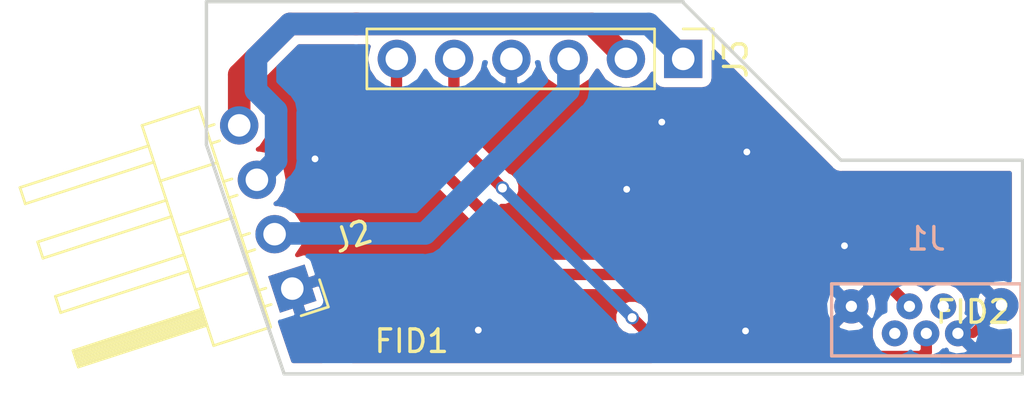
<source format=kicad_pcb>
(kicad_pcb (version 20171130) (host pcbnew 5.0.0-fee4fd1~66~ubuntu16.04.1)

  (general
    (thickness 1.6)
    (drawings 7)
    (tracks 34)
    (zones 0)
    (modules 12)
    (nets 9)
  )

  (page A4)
  (layers
    (0 F.Cu signal)
    (31 B.Cu signal)
    (32 B.Adhes user)
    (33 F.Adhes user)
    (34 B.Paste user)
    (35 F.Paste user)
    (36 B.SilkS user)
    (37 F.SilkS user)
    (38 B.Mask user hide)
    (39 F.Mask user hide)
    (40 Dwgs.User user)
    (41 Cmts.User user hide)
    (42 Eco1.User user hide)
    (43 Eco2.User user hide)
    (44 Edge.Cuts user)
    (45 Margin user hide)
    (46 B.CrtYd user hide)
    (47 F.CrtYd user hide)
    (48 B.Fab user hide)
    (49 F.Fab user hide)
  )

  (setup
    (last_trace_width 1)
    (user_trace_width 0.2)
    (user_trace_width 0.3)
    (user_trace_width 0.4)
    (trace_clearance 0.2)
    (zone_clearance 0.4)
    (zone_45_only no)
    (trace_min 0.2)
    (segment_width 0.2)
    (edge_width 0.15)
    (via_size 0.6)
    (via_drill 0.4)
    (via_min_size 0.4)
    (via_min_drill 0.3)
    (uvia_size 0.3)
    (uvia_drill 0.1)
    (uvias_allowed no)
    (uvia_min_size 0.2)
    (uvia_min_drill 0.1)
    (pcb_text_width 0.3)
    (pcb_text_size 1.5 1.5)
    (mod_edge_width 0.15)
    (mod_text_size 1 1)
    (mod_text_width 0.15)
    (pad_size 0.6 0.6)
    (pad_drill 0.3)
    (pad_to_mask_clearance 0.2)
    (aux_axis_origin 109.855 60.96)
    (visible_elements FFFD8E09)
    (pcbplotparams
      (layerselection 0x010f0_ffffffff)
      (usegerberextensions true)
      (usegerberattributes false)
      (usegerberadvancedattributes false)
      (creategerberjobfile false)
      (excludeedgelayer true)
      (linewidth 0.100000)
      (plotframeref false)
      (viasonmask false)
      (mode 1)
      (useauxorigin false)
      (hpglpennumber 1)
      (hpglpenspeed 20)
      (hpglpendiameter 15.000000)
      (psnegative false)
      (psa4output false)
      (plotreference true)
      (plotvalue true)
      (plotinvisibletext false)
      (padsonsilk false)
      (subtractmaskfromsilk false)
      (outputformat 4)
      (mirror false)
      (drillshape 0)
      (scaleselection 1)
      (outputdirectory "Plots"))
  )

  (net 0 "")
  (net 1 "Net-(J1-Pad2)")
  (net 2 "Net-(J1-Pad3)")
  (net 3 GND)
  (net 4 SYS_3.3V)
  (net 5 SCK)
  (net 6 SDA)
  (net 7 "Net-(J1-Pad1)")
  (net 8 "Net-(J1-Pad4)")

  (net_class Default "This is the default net class."
    (clearance 0.2)
    (trace_width 1)
    (via_dia 0.6)
    (via_drill 0.4)
    (uvia_dia 0.3)
    (uvia_drill 0.1)
    (add_net GND)
    (add_net "Net-(J1-Pad1)")
    (add_net "Net-(J1-Pad2)")
    (add_net "Net-(J1-Pad3)")
    (add_net "Net-(J1-Pad4)")
    (add_net SCK)
    (add_net SDA)
    (add_net SYS_3.3V)
  )

  (module WiRoc:micro-usb-super-short (layer B.Cu) (tedit 5B955C94) (tstamp 5B9561D9)
    (at 141.7835 74.4888)
    (path /5B3DFD56)
    (fp_text reference J1 (at 0 -3) (layer B.SilkS)
      (effects (font (size 1 1) (thickness 0.15)) (justify mirror))
    )
    (fp_text value USB_OTG (at 0 3.3) (layer B.Fab)
      (effects (font (size 1 1) (thickness 0.15)) (justify mirror))
    )
    (fp_line (start -4.2 -1) (end 4.2 -1) (layer B.SilkS) (width 0.15))
    (fp_line (start 4.2 -1) (end 4.2 2.2) (layer B.SilkS) (width 0.15))
    (fp_line (start 4.2 2.2) (end -4.2 2.2) (layer B.SilkS) (width 0.15))
    (fp_line (start -4.2 2.2) (end -4.2 -1) (layer B.SilkS) (width 0.15))
    (pad 2 thru_hole circle (at -0.75 0) (size 1.15 1.15) (drill 0.5) (layers *.Cu *.Mask)
      (net 1 "Net-(J1-Pad2)"))
    (pad 4 thru_hole circle (at 0.75 0) (size 1.15 1.15) (drill 0.5) (layers *.Cu *.Mask)
      (net 8 "Net-(J1-Pad4)"))
    (pad 1 thru_hole circle (at -1.4 1.2) (size 1.15 1.15) (drill 0.5) (layers *.Cu *.Mask)
      (net 7 "Net-(J1-Pad1)"))
    (pad 3 thru_hole circle (at 0 1.2) (size 1.15 1.15) (drill 0.5) (layers *.Cu *.Mask)
      (net 2 "Net-(J1-Pad3)"))
    (pad 5 thru_hole circle (at 1.4 1.2) (size 1.15 1.15) (drill 0.5) (layers *.Cu *.Mask)
      (net 3 GND))
    (pad 6 thru_hole circle (at 3.325 -0.05) (size 1.524 1.524) (drill 0.5) (layers *.Cu *.Mask)
      (net 3 GND))
    (pad 6 thru_hole circle (at -3.325 0) (size 1.524 1.524) (drill 0.5) (layers *.Cu *.Mask)
      (net 3 GND))
  )

  (module WiRoc:VIA-0.6mm (layer F.Cu) (tedit 5AEF5363) (tstamp 5B3D4A29)
    (at 121.91238 75.54468)
    (fp_text reference REF** (at 0 1.35) (layer F.SilkS) hide
      (effects (font (size 1 1) (thickness 0.15)))
    )
    (fp_text value VIA-0.6mm (at -0.05 -1.4) (layer F.Fab) hide
      (effects (font (size 1 1) (thickness 0.15)))
    )
    (pad 1 thru_hole circle (at 0 0) (size 0.6 0.6) (drill 0.3) (layers *.Cu)
      (net 3 GND) (zone_connect 2))
  )

  (module WiRoc:VIA-0.6mm (layer F.Cu) (tedit 5AEF5363) (tstamp 5B3D4A25)
    (at 114.67084 67.93992)
    (fp_text reference REF** (at 0 1.35) (layer F.SilkS) hide
      (effects (font (size 1 1) (thickness 0.15)))
    )
    (fp_text value VIA-0.6mm (at -0.05 -1.4) (layer F.Fab) hide
      (effects (font (size 1 1) (thickness 0.15)))
    )
    (pad 1 thru_hole circle (at 0 0) (size 0.6 0.6) (drill 0.3) (layers *.Cu)
      (net 3 GND) (zone_connect 2))
  )

  (module WiRoc:VIA-0.6mm (layer F.Cu) (tedit 5AEF5363) (tstamp 5B3D4A1C)
    (at 133.76402 75.58024)
    (fp_text reference REF** (at 0 1.35) (layer F.SilkS) hide
      (effects (font (size 1 1) (thickness 0.15)))
    )
    (fp_text value VIA-0.6mm (at -0.05 -1.4) (layer F.Fab) hide
      (effects (font (size 1 1) (thickness 0.15)))
    )
    (pad 1 thru_hole circle (at 0 0) (size 0.6 0.6) (drill 0.3) (layers *.Cu)
      (net 3 GND) (zone_connect 2))
  )

  (module WiRoc:VIA-0.6mm (layer F.Cu) (tedit 5AEF5363) (tstamp 5B3D4A18)
    (at 128.49352 69.2912)
    (fp_text reference REF** (at 0 1.35) (layer F.SilkS) hide
      (effects (font (size 1 1) (thickness 0.15)))
    )
    (fp_text value VIA-0.6mm (at -0.05 -1.4) (layer F.Fab) hide
      (effects (font (size 1 1) (thickness 0.15)))
    )
    (pad 1 thru_hole circle (at 0 0) (size 0.6 0.6) (drill 0.3) (layers *.Cu)
      (net 3 GND) (zone_connect 2))
  )

  (module WiRoc:VIA-0.6mm (layer F.Cu) (tedit 5AEF536C) (tstamp 5AEF552E)
    (at 138.15314 71.79818)
    (fp_text reference REF** (at 0 1.35) (layer F.SilkS) hide
      (effects (font (size 1 1) (thickness 0.15)))
    )
    (fp_text value VIA-0.6mm (at -0.05 -1.4) (layer F.Fab) hide
      (effects (font (size 1 1) (thickness 0.15)))
    )
    (pad 1 thru_hole circle (at 0 0) (size 0.6 0.6) (drill 0.3) (layers *.Cu)
      (net 3 GND) (zone_connect 2))
  )

  (module WiRoc:VIA-0.6mm (layer F.Cu) (tedit 5AEF534D) (tstamp 5AEF552A)
    (at 133.82244 67.63258)
    (fp_text reference REF** (at 0 1.35) (layer F.SilkS) hide
      (effects (font (size 1 1) (thickness 0.15)))
    )
    (fp_text value VIA-0.6mm (at -0.05 -1.4) (layer F.Fab) hide
      (effects (font (size 1 1) (thickness 0.15)))
    )
    (pad 1 thru_hole circle (at 0 0) (size 0.6 0.6) (drill 0.3) (layers *.Cu)
      (net 3 GND) (zone_connect 2))
  )

  (module WiRoc:Fiducial (layer F.Cu) (tedit 5AD38C52) (tstamp 5AEF0E30)
    (at 143.84782 72.19696)
    (path /5AEEF890)
    (fp_text reference FID2 (at 0 2.54) (layer F.SilkS)
      (effects (font (size 1 1) (thickness 0.15)))
    )
    (fp_text value FIDUCIAL (at 5.842 0) (layer F.Fab)
      (effects (font (size 1 1) (thickness 0.15)))
    )
    (pad 1 smd circle (at 0 0) (size 1 1) (layers F.Cu F.Mask)
      (solder_mask_margin 0.5) (clearance 0.5))
  )

  (module Pin_Headers:Pin_Header_Angled_1x04_Pitch2.54mm (layer F.Cu) (tedit 59650532) (tstamp 5AEF0E8B)
    (at 113.663 73.7 198)
    (descr "Through hole angled pin header, 1x04, 2.54mm pitch, 6mm pin length, single row")
    (tags "Through hole angled pin header THT 1x04 2.54mm single row")
    (path /5AEF051C)
    (fp_text reference J2 (at -3.257143 1.387391 198) (layer F.SilkS)
      (effects (font (size 1 1) (thickness 0.15)))
    )
    (fp_text value Conn_01x04 (at -6.802178 -0.031532 198) (layer F.Fab)
      (effects (font (size 1 1) (thickness 0.15)))
    )
    (fp_line (start 2.135 -1.27) (end 4.04 -1.27) (layer F.Fab) (width 0.1))
    (fp_line (start 4.04 -1.27) (end 4.04 8.89) (layer F.Fab) (width 0.1))
    (fp_line (start 4.04 8.89) (end 1.5 8.89) (layer F.Fab) (width 0.1))
    (fp_line (start 1.5 8.89) (end 1.5 -0.635) (layer F.Fab) (width 0.1))
    (fp_line (start 1.5 -0.635) (end 2.135 -1.27) (layer F.Fab) (width 0.1))
    (fp_line (start -0.32 -0.32) (end 1.5 -0.32) (layer F.Fab) (width 0.1))
    (fp_line (start -0.32 -0.32) (end -0.32 0.32) (layer F.Fab) (width 0.1))
    (fp_line (start -0.32 0.32) (end 1.5 0.32) (layer F.Fab) (width 0.1))
    (fp_line (start 4.04 -0.32) (end 10.04 -0.32) (layer F.Fab) (width 0.1))
    (fp_line (start 10.04 -0.32) (end 10.04 0.32) (layer F.Fab) (width 0.1))
    (fp_line (start 4.04 0.32) (end 10.04 0.32) (layer F.Fab) (width 0.1))
    (fp_line (start -0.32 2.22) (end 1.5 2.22) (layer F.Fab) (width 0.1))
    (fp_line (start -0.32 2.22) (end -0.32 2.86) (layer F.Fab) (width 0.1))
    (fp_line (start -0.32 2.86) (end 1.5 2.86) (layer F.Fab) (width 0.1))
    (fp_line (start 4.04 2.22) (end 10.04 2.22) (layer F.Fab) (width 0.1))
    (fp_line (start 10.04 2.22) (end 10.04 2.86) (layer F.Fab) (width 0.1))
    (fp_line (start 4.04 2.86) (end 10.04 2.86) (layer F.Fab) (width 0.1))
    (fp_line (start -0.32 4.76) (end 1.5 4.76) (layer F.Fab) (width 0.1))
    (fp_line (start -0.32 4.76) (end -0.32 5.4) (layer F.Fab) (width 0.1))
    (fp_line (start -0.32 5.4) (end 1.5 5.4) (layer F.Fab) (width 0.1))
    (fp_line (start 4.04 4.76) (end 10.04 4.76) (layer F.Fab) (width 0.1))
    (fp_line (start 10.04 4.76) (end 10.04 5.4) (layer F.Fab) (width 0.1))
    (fp_line (start 4.04 5.4) (end 10.04 5.4) (layer F.Fab) (width 0.1))
    (fp_line (start -0.32 7.3) (end 1.5 7.3) (layer F.Fab) (width 0.1))
    (fp_line (start -0.32 7.3) (end -0.32 7.94) (layer F.Fab) (width 0.1))
    (fp_line (start -0.32 7.94) (end 1.5 7.94) (layer F.Fab) (width 0.1))
    (fp_line (start 4.04 7.3) (end 10.04 7.3) (layer F.Fab) (width 0.1))
    (fp_line (start 10.04 7.3) (end 10.04 7.94) (layer F.Fab) (width 0.1))
    (fp_line (start 4.04 7.94) (end 10.04 7.94) (layer F.Fab) (width 0.1))
    (fp_line (start 1.44 -1.33) (end 1.44 8.95) (layer F.SilkS) (width 0.12))
    (fp_line (start 1.44 8.95) (end 4.1 8.95) (layer F.SilkS) (width 0.12))
    (fp_line (start 4.1 8.95) (end 4.1 -1.33) (layer F.SilkS) (width 0.12))
    (fp_line (start 4.1 -1.33) (end 1.44 -1.33) (layer F.SilkS) (width 0.12))
    (fp_line (start 4.1 -0.38) (end 10.1 -0.38) (layer F.SilkS) (width 0.12))
    (fp_line (start 10.1 -0.38) (end 10.1 0.38) (layer F.SilkS) (width 0.12))
    (fp_line (start 10.1 0.38) (end 4.1 0.38) (layer F.SilkS) (width 0.12))
    (fp_line (start 4.1 -0.32) (end 10.1 -0.32) (layer F.SilkS) (width 0.12))
    (fp_line (start 4.1 -0.2) (end 10.1 -0.2) (layer F.SilkS) (width 0.12))
    (fp_line (start 4.1 -0.08) (end 10.1 -0.08) (layer F.SilkS) (width 0.12))
    (fp_line (start 4.1 0.04) (end 10.1 0.04) (layer F.SilkS) (width 0.12))
    (fp_line (start 4.1 0.16) (end 10.1 0.16) (layer F.SilkS) (width 0.12))
    (fp_line (start 4.1 0.28) (end 10.1 0.28) (layer F.SilkS) (width 0.12))
    (fp_line (start 1.11 -0.38) (end 1.44 -0.38) (layer F.SilkS) (width 0.12))
    (fp_line (start 1.11 0.38) (end 1.44 0.38) (layer F.SilkS) (width 0.12))
    (fp_line (start 1.44 1.27) (end 4.1 1.27) (layer F.SilkS) (width 0.12))
    (fp_line (start 4.1 2.16) (end 10.1 2.16) (layer F.SilkS) (width 0.12))
    (fp_line (start 10.1 2.16) (end 10.1 2.92) (layer F.SilkS) (width 0.12))
    (fp_line (start 10.1 2.92) (end 4.1 2.92) (layer F.SilkS) (width 0.12))
    (fp_line (start 1.042929 2.16) (end 1.44 2.16) (layer F.SilkS) (width 0.12))
    (fp_line (start 1.042929 2.92) (end 1.44 2.92) (layer F.SilkS) (width 0.12))
    (fp_line (start 1.44 3.81) (end 4.1 3.81) (layer F.SilkS) (width 0.12))
    (fp_line (start 4.1 4.7) (end 10.1 4.7) (layer F.SilkS) (width 0.12))
    (fp_line (start 10.1 4.7) (end 10.1 5.46) (layer F.SilkS) (width 0.12))
    (fp_line (start 10.1 5.46) (end 4.1 5.46) (layer F.SilkS) (width 0.12))
    (fp_line (start 1.042929 4.7) (end 1.44 4.7) (layer F.SilkS) (width 0.12))
    (fp_line (start 1.042929 5.46) (end 1.44 5.46) (layer F.SilkS) (width 0.12))
    (fp_line (start 1.44 6.35) (end 4.1 6.35) (layer F.SilkS) (width 0.12))
    (fp_line (start 4.1 7.24) (end 10.1 7.24) (layer F.SilkS) (width 0.12))
    (fp_line (start 10.1 7.24) (end 10.1 8) (layer F.SilkS) (width 0.12))
    (fp_line (start 10.1 8) (end 4.1 8) (layer F.SilkS) (width 0.12))
    (fp_line (start 1.042929 7.24) (end 1.44 7.24) (layer F.SilkS) (width 0.12))
    (fp_line (start 1.042929 8) (end 1.44 8) (layer F.SilkS) (width 0.12))
    (fp_line (start -1.27 0) (end -1.27 -1.27) (layer F.SilkS) (width 0.12))
    (fp_line (start -1.27 -1.27) (end 0 -1.27) (layer F.SilkS) (width 0.12))
    (fp_line (start -1.8 -1.8) (end -1.8 9.4) (layer F.CrtYd) (width 0.05))
    (fp_line (start -1.8 9.4) (end 10.55 9.4) (layer F.CrtYd) (width 0.05))
    (fp_line (start 10.55 9.4) (end 10.55 -1.8) (layer F.CrtYd) (width 0.05))
    (fp_line (start 10.55 -1.8) (end -1.8 -1.8) (layer F.CrtYd) (width 0.05))
    (fp_text user %R (at 2.77 3.81 288) (layer F.Fab)
      (effects (font (size 1 1) (thickness 0.15)))
    )
    (pad 1 thru_hole rect (at 0 0 198) (size 1.7 1.7) (drill 1) (layers *.Cu *.Mask)
      (net 3 GND))
    (pad 2 thru_hole oval (at 0 2.54 198) (size 1.7 1.7) (drill 1) (layers *.Cu *.Mask)
      (net 4 SYS_3.3V))
    (pad 3 thru_hole oval (at 0 5.08 198) (size 1.7 1.7) (drill 1) (layers *.Cu *.Mask)
      (net 5 SCK))
    (pad 4 thru_hole oval (at -0.000001 7.62 198) (size 1.7 1.7) (drill 1) (layers *.Cu *.Mask)
      (net 6 SDA))
    (model ${KISYS3DMOD}/Pin_Headers.3dshapes/Pin_Header_Angled_1x04_Pitch2.54mm.wrl
      (at (xyz 0 0 0))
      (scale (xyz 1 1 1))
      (rotate (xyz 0 0 0))
    )
  )

  (module Socket_Strips:Socket_Strip_Straight_1x06_Pitch2.54mm (layer F.Cu) (tedit 58CD5446) (tstamp 5AEF0EA4)
    (at 131 63.5 270)
    (descr "Through hole straight socket strip, 1x06, 2.54mm pitch, single row")
    (tags "Through hole socket strip THT 1x06 2.54mm single row")
    (path /5AEF0126)
    (fp_text reference J3 (at 0 -2.33 270) (layer F.SilkS)
      (effects (font (size 1 1) (thickness 0.15)))
    )
    (fp_text value Conn_01x06 (at 3.048 2.032) (layer F.Fab)
      (effects (font (size 1 1) (thickness 0.15)))
    )
    (fp_line (start -1.27 -1.27) (end -1.27 13.97) (layer F.Fab) (width 0.1))
    (fp_line (start -1.27 13.97) (end 1.27 13.97) (layer F.Fab) (width 0.1))
    (fp_line (start 1.27 13.97) (end 1.27 -1.27) (layer F.Fab) (width 0.1))
    (fp_line (start 1.27 -1.27) (end -1.27 -1.27) (layer F.Fab) (width 0.1))
    (fp_line (start -1.33 1.27) (end -1.33 14.03) (layer F.SilkS) (width 0.12))
    (fp_line (start -1.33 14.03) (end 1.33 14.03) (layer F.SilkS) (width 0.12))
    (fp_line (start 1.33 14.03) (end 1.33 1.27) (layer F.SilkS) (width 0.12))
    (fp_line (start 1.33 1.27) (end -1.33 1.27) (layer F.SilkS) (width 0.12))
    (fp_line (start -1.33 0) (end -1.33 -1.33) (layer F.SilkS) (width 0.12))
    (fp_line (start -1.33 -1.33) (end 0 -1.33) (layer F.SilkS) (width 0.12))
    (fp_line (start -1.8 -1.8) (end -1.8 14.5) (layer F.CrtYd) (width 0.05))
    (fp_line (start -1.8 14.5) (end 1.8 14.5) (layer F.CrtYd) (width 0.05))
    (fp_line (start 1.8 14.5) (end 1.8 -1.8) (layer F.CrtYd) (width 0.05))
    (fp_line (start 1.8 -1.8) (end -1.8 -1.8) (layer F.CrtYd) (width 0.05))
    (fp_text user %R (at 0 -2.33 270) (layer F.Fab)
      (effects (font (size 1 1) (thickness 0.15)))
    )
    (pad 1 thru_hole rect (at 0 0 270) (size 1.7 1.7) (drill 1) (layers *.Cu *.Mask)
      (net 5 SCK))
    (pad 2 thru_hole oval (at 0 2.54 270) (size 1.7 1.7) (drill 1) (layers *.Cu *.Mask)
      (net 6 SDA))
    (pad 3 thru_hole oval (at 0 5.08 270) (size 1.7 1.7) (drill 1) (layers *.Cu *.Mask)
      (net 4 SYS_3.3V))
    (pad 4 thru_hole oval (at 0 7.62 270) (size 1.7 1.7) (drill 1) (layers *.Cu *.Mask)
      (net 3 GND))
    (pad 5 thru_hole oval (at 0 10.16 270) (size 1.7 1.7) (drill 1) (layers *.Cu *.Mask)
      (net 2 "Net-(J1-Pad3)"))
    (pad 6 thru_hole oval (at 0 12.7 270) (size 1.7 1.7) (drill 1) (layers *.Cu *.Mask)
      (net 1 "Net-(J1-Pad2)"))
    (model ${KISYS3DMOD}/Socket_Strips.3dshapes/Socket_Strip_Straight_1x06_Pitch2.54mm.wrl
      (offset (xyz 0 -6.349999904632568 0))
      (scale (xyz 1 1 1))
      (rotate (xyz 0 0 270))
    )
  )

  (module WiRoc:VIA-0.6mm (layer F.Cu) (tedit 5AEF5363) (tstamp 5AEF5528)
    (at 130.05054 66.3067)
    (fp_text reference REF** (at 0 1.35) (layer F.SilkS) hide
      (effects (font (size 1 1) (thickness 0.15)))
    )
    (fp_text value VIA-0.6mm (at -0.05 -1.4) (layer F.Fab) hide
      (effects (font (size 1 1) (thickness 0.15)))
    )
    (pad 1 thru_hole circle (at 0 0) (size 0.6 0.6) (drill 0.3) (layers *.Cu)
      (net 3 GND) (zone_connect 2))
  )

  (module WiRoc:Fiducial (layer F.Cu) (tedit 5AD38C52) (tstamp 5AEF58A5)
    (at 115.65382 76.0349)
    (path /5AEEF7D5)
    (fp_text reference FID1 (at 3.302 0) (layer F.SilkS)
      (effects (font (size 1 1) (thickness 0.15)))
    )
    (fp_text value FIDUCIAL (at 0 3.302) (layer F.Fab)
      (effects (font (size 1 1) (thickness 0.15)))
    )
    (pad 1 smd circle (at 0 0) (size 1 1) (layers F.Cu F.Mask)
      (solder_mask_margin 0.5) (clearance 0.5))
  )

  (gr_line (start 138 68) (end 131 61) (layer Edge.Cuts) (width 0.15))
  (gr_line (start 146 68) (end 138 68) (layer Edge.Cuts) (width 0.15))
  (gr_line (start 113.3 77.486) (end 109.855 67.31) (layer Edge.Cuts) (width 0.15))
  (gr_line (start 146.05 77.486) (end 113.3 77.486) (layer Edge.Cuts) (width 0.15))
  (gr_line (start 146.05 68) (end 146.05 77.486) (layer Edge.Cuts) (width 0.15))
  (gr_line (start 109.855 60.96) (end 131 60.96) (layer Edge.Cuts) (width 0.15))
  (gr_line (start 109.855 67.31) (end 109.855 60.96) (layer Edge.Cuts) (width 0.15))

  (segment (start 139.62888 73.07326) (end 141.03096 74.47534) (width 0.5) (layer F.Cu) (net 1))
  (segment (start 118.28526 66.44894) (end 124.90958 73.07326) (width 0.5) (layer F.Cu) (net 1))
  (segment (start 124.90958 73.07326) (end 139.62888 73.07326) (width 0.5) (layer F.Cu) (net 1))
  (segment (start 118.28526 63.51524) (end 118.28526 66.44894) (width 0.5) (layer F.Cu) (net 1))
  (via (at 128.73482 74.99096) (size 0.6) (drill 0.4) (layers F.Cu B.Cu) (net 2))
  (segment (start 120.83034 63.50254) (end 120.83034 67.0814) (width 0.5) (layer F.Cu) (net 2))
  (segment (start 120.83034 67.0814) (end 122.683985 68.935045) (width 0.5) (layer F.Cu) (net 2))
  (segment (start 122.683985 68.935045) (end 122.983984 69.235044) (width 0.5) (layer F.Cu) (net 2))
  (segment (start 122.983984 69.240124) (end 122.983984 69.235044) (width 0.5) (layer B.Cu) (net 2))
  (segment (start 128.73482 74.99096) (end 122.983984 69.240124) (width 0.5) (layer B.Cu) (net 2))
  (via (at 122.983984 69.235044) (size 0.6) (drill 0.4) (layers F.Cu B.Cu) (net 2))
  (segment (start 141.7835 76.501972) (end 141.7835 75.6888) (width 0.5) (layer F.Cu) (net 2))
  (segment (start 141.571671 76.713801) (end 141.7835 76.501972) (width 0.5) (layer F.Cu) (net 2))
  (segment (start 130.457661 76.713801) (end 141.571671 76.713801) (width 0.5) (layer F.Cu) (net 2))
  (segment (start 128.73482 74.99096) (end 130.457661 76.713801) (width 0.5) (layer F.Cu) (net 2))
  (segment (start 143.8585 75.6888) (end 145.1085 74.4388) (width 0.4) (layer F.Cu) (net 3))
  (segment (start 143.1835 75.6888) (end 143.8585 75.6888) (width 0.4) (layer F.Cu) (net 3))
  (segment (start 112.912873 71.24954) (end 112.878097 71.284316) (width 1) (layer B.Cu) (net 4))
  (segment (start 119.55526 71.24954) (end 112.912873 71.24954) (width 1) (layer B.Cu) (net 4))
  (segment (start 125.9078 64.897) (end 119.55526 71.24954) (width 1) (layer B.Cu) (net 4))
  (segment (start 125.9078 63.50254) (end 125.9078 64.897) (width 1) (layer B.Cu) (net 4))
  (segment (start 129.475899 61.949999) (end 130.98526 63.45936) (width 1) (layer B.Cu) (net 5))
  (segment (start 113.555999 61.949999) (end 129.475899 61.949999) (width 1) (layer B.Cu) (net 5))
  (segment (start 112.052292 63.453706) (end 113.555999 61.949999) (width 1) (layer B.Cu) (net 5))
  (segment (start 112.093194 68.868633) (end 112.943193 68.018634) (width 1) (layer B.Cu) (net 5))
  (segment (start 112.943193 68.018634) (end 112.943193 65.793849) (width 1) (layer B.Cu) (net 5))
  (segment (start 112.943193 65.793849) (end 112.052292 64.902948) (width 1) (layer B.Cu) (net 5))
  (segment (start 112.052292 64.902948) (end 112.052292 63.453706) (width 1) (layer B.Cu) (net 5))
  (segment (start 111.308291 66.452949) (end 111.308291 64.197707) (width 1) (layer F.Cu) (net 6))
  (segment (start 111.308291 64.197707) (end 113.555999 61.949999) (width 1) (layer F.Cu) (net 6))
  (segment (start 116.490081 61.949999) (end 116.50218 61.9379) (width 1) (layer F.Cu) (net 6))
  (segment (start 113.555999 61.949999) (end 116.490081 61.949999) (width 1) (layer F.Cu) (net 6))
  (segment (start 126.946059 61.949999) (end 128.44018 63.44412) (width 1) (layer F.Cu) (net 6))
  (segment (start 116.490081 61.949999) (end 126.946059 61.949999) (width 1) (layer F.Cu) (net 6))

  (zone (net 3) (net_name GND) (layer F.Cu) (tstamp 5B955DBD) (hatch edge 0.508)
    (connect_pads thru_hole_only (clearance 0.4))
    (min_thickness 0.2)
    (fill yes (arc_segments 16) (thermal_gap 0.4) (thermal_bridge_width 0.508))
    (polygon
      (pts
        (xy 109.728 60.96) (xy 146.05 60.96) (xy 146.05 78.486) (xy 113.792 78.486) (xy 109.728 67.31)
      )
    )
    (filled_polygon
      (pts
        (xy 144.482208 75.562818) (xy 144.960024 75.716929) (xy 145.460445 75.676457) (xy 145.475001 75.670428) (xy 145.475001 76.911)
        (xy 142.412213 76.911) (xy 142.489984 76.794607) (xy 142.5335 76.575838) (xy 142.5335 76.575837) (xy 142.538279 76.551813)
        (xy 142.614442 76.47565) (xy 142.670232 76.657254) (xy 143.079914 76.779954) (xy 143.505365 76.736536) (xy 143.696768 76.657254)
        (xy 143.752559 76.475648) (xy 143.1835 75.906589) (xy 143.169358 75.920731) (xy 142.951569 75.702942) (xy 142.965711 75.6888)
        (xy 142.951569 75.674658) (xy 143.169358 75.456869) (xy 143.1835 75.471011) (xy 143.197642 75.456869) (xy 143.415431 75.674658)
        (xy 143.401289 75.6888) (xy 143.970348 76.257859) (xy 144.151954 76.202068) (xy 144.274654 75.792386) (xy 144.232547 75.379779)
        (xy 144.30893 75.456162) (xy 144.403182 75.36191)
      )
    )
    (filled_polygon
      (pts
        (xy 116.490081 62.96959) (xy 116.588571 62.949999) (xy 117.043868 62.949999) (xy 117.028328 62.973256) (xy 116.923552 63.5)
        (xy 117.028328 64.026744) (xy 117.326704 64.473296) (xy 117.53526 64.612649) (xy 117.535261 66.37507) (xy 117.520567 66.44894)
        (xy 117.540956 66.551438) (xy 117.578777 66.741575) (xy 117.744541 66.98966) (xy 117.807164 67.031503) (xy 124.327019 73.55136)
        (xy 124.36886 73.61398) (xy 124.616945 73.779744) (xy 124.835714 73.82326) (xy 124.909579 73.837953) (xy 124.983444 73.82326)
        (xy 137.434262 73.82326) (xy 137.334482 73.862508) (xy 137.180371 74.340324) (xy 137.220843 74.840745) (xy 137.334482 75.115092)
        (xy 137.535392 75.194119) (xy 138.240711 74.4888) (xy 138.226569 74.474658) (xy 138.444358 74.256869) (xy 138.4585 74.271011)
        (xy 138.472642 74.256869) (xy 138.690431 74.474658) (xy 138.676289 74.4888) (xy 138.690431 74.502942) (xy 138.472642 74.720731)
        (xy 138.4585 74.706589) (xy 137.753181 75.411908) (xy 137.832208 75.612818) (xy 138.310024 75.766929) (xy 138.810445 75.726457)
        (xy 139.084792 75.612818) (xy 139.163818 75.41191) (xy 139.25807 75.506162) (xy 139.322103 75.442129) (xy 139.3085 75.474969)
        (xy 139.3085 75.902631) (xy 139.333837 75.963801) (xy 130.768322 75.963801) (xy 129.463028 74.658509) (xy 129.413027 74.537796)
        (xy 129.187984 74.312753) (xy 128.89395 74.19096) (xy 128.57569 74.19096) (xy 128.281656 74.312753) (xy 128.056613 74.537796)
        (xy 127.93482 74.83183) (xy 127.93482 75.15009) (xy 128.056613 75.444124) (xy 128.281656 75.669167) (xy 128.402369 75.719168)
        (xy 129.594199 76.911) (xy 116.333355 76.911) (xy 116.586355 76.658) (xy 116.75382 76.253704) (xy 116.75382 75.816096)
        (xy 116.586355 75.4118) (xy 116.27692 75.102365) (xy 115.872624 74.9349) (xy 115.435016 74.9349) (xy 115.03072 75.102365)
        (xy 114.721285 75.4118) (xy 114.55382 75.816096) (xy 114.55382 76.253704) (xy 114.721285 76.658) (xy 114.974285 76.911)
        (xy 113.712395 76.911) (xy 113.158839 75.27588) (xy 113.177187 75.277324) (xy 113.814828 75.070142) (xy 113.895083 74.912633)
        (xy 113.564126 73.894051) (xy 113.545104 73.900232) (xy 113.512172 73.798874) (xy 113.857051 73.798874) (xy 114.188009 74.817456)
        (xy 114.345518 74.897711) (xy 114.983159 74.690528) (xy 115.134413 74.561345) (xy 115.224717 74.384113) (xy 115.240324 74.185813)
        (xy 115.178857 73.996637) (xy 115.033142 73.548172) (xy 114.875633 73.467917) (xy 113.857051 73.798874) (xy 113.512172 73.798874)
        (xy 113.449928 73.607306) (xy 113.468949 73.601126) (xy 113.462768 73.582104) (xy 113.755694 73.486928) (xy 113.761874 73.505949)
        (xy 114.780456 73.174991) (xy 114.860711 73.017482) (xy 114.714995 72.569017) (xy 114.653528 72.379841) (xy 114.524345 72.228587)
        (xy 114.347112 72.138282) (xy 114.148813 72.122676) (xy 113.88408 72.208693) (xy 114.149769 71.81106) (xy 114.254545 71.284316)
        (xy 114.149769 70.757572) (xy 113.851393 70.31102) (xy 113.404841 70.012644) (xy 113.01106 69.934316) (xy 112.928223 69.934316)
        (xy 113.06649 69.841929) (xy 113.364866 69.395377) (xy 113.469642 68.868633) (xy 113.364866 68.341889) (xy 113.06649 67.895337)
        (xy 112.619938 67.596961) (xy 112.226157 67.518633) (xy 112.143318 67.518633) (xy 112.281587 67.426245) (xy 112.579963 66.979693)
        (xy 112.684739 66.452949) (xy 112.579963 65.926205) (xy 112.308291 65.519618) (xy 112.308291 64.611919) (xy 113.970212 62.949999)
        (xy 116.391591 62.949999)
      )
    )
    (filled_polygon
      (pts
        (xy 137.553373 68.366546) (xy 137.585449 68.414551) (xy 137.775646 68.541637) (xy 137.943372 68.575) (xy 137.943376 68.575)
        (xy 138 68.586263) (xy 138.056624 68.575) (xy 145.475 68.575) (xy 145.475001 73.230991) (xy 145.256976 73.160671)
        (xy 144.756555 73.201143) (xy 144.482208 73.314782) (xy 144.403181 73.515692) (xy 145.1085 74.221011) (xy 145.122642 74.206869)
        (xy 145.340431 74.424658) (xy 145.326289 74.4388) (xy 145.340431 74.452942) (xy 145.122642 74.670731) (xy 145.1085 74.656589)
        (xy 145.094358 74.670731) (xy 144.876569 74.452942) (xy 144.890711 74.4388) (xy 144.185392 73.733481) (xy 143.984482 73.812508)
        (xy 143.830371 74.290324) (xy 143.870843 74.790745) (xy 143.897788 74.855796) (xy 143.84825 74.806258) (xy 143.752558 74.90195)
        (xy 143.696768 74.720346) (xy 143.6085 74.69391) (xy 143.6085 74.274969) (xy 143.444841 73.879862) (xy 143.142438 73.577459)
        (xy 142.747331 73.4138) (xy 142.319669 73.4138) (xy 141.924562 73.577459) (xy 141.7835 73.718521) (xy 141.642438 73.577459)
        (xy 141.247331 73.4138) (xy 141.03008 73.4138) (xy 140.211445 72.595166) (xy 140.1696 72.53254) (xy 139.921515 72.366776)
        (xy 139.702746 72.32326) (xy 139.702745 72.32326) (xy 139.62888 72.308567) (xy 139.555015 72.32326) (xy 125.220241 72.32326)
        (xy 124.875137 71.978156) (xy 142.74782 71.978156) (xy 142.74782 72.415764) (xy 142.915285 72.82006) (xy 143.22472 73.129495)
        (xy 143.629016 73.29696) (xy 144.066624 73.29696) (xy 144.47092 73.129495) (xy 144.780355 72.82006) (xy 144.94782 72.415764)
        (xy 144.94782 71.978156) (xy 144.780355 71.57386) (xy 144.47092 71.264425) (xy 144.066624 71.09696) (xy 143.629016 71.09696)
        (xy 143.22472 71.264425) (xy 142.915285 71.57386) (xy 142.74782 71.978156) (xy 124.875137 71.978156) (xy 122.932024 70.035044)
        (xy 123.143114 70.035044) (xy 123.437148 69.913251) (xy 123.662191 69.688208) (xy 123.783984 69.394174) (xy 123.783984 69.075914)
        (xy 123.662191 68.78188) (xy 123.437148 68.556837) (xy 123.316435 68.506836) (xy 123.266548 68.456949) (xy 123.266546 68.456946)
        (xy 121.58034 66.770741) (xy 121.58034 64.628952) (xy 121.813296 64.473296) (xy 122.111672 64.026744) (xy 122.126079 63.954316)
        (xy 122.316904 64.332082) (xy 122.716251 64.675573) (xy 123.018088 64.800585) (xy 123.226 64.715281) (xy 123.226 63.654)
        (xy 123.206 63.654) (xy 123.206 63.346) (xy 123.226 63.346) (xy 123.226 63.326) (xy 123.534 63.326)
        (xy 123.534 63.346) (xy 123.554 63.346) (xy 123.554 63.654) (xy 123.534 63.654) (xy 123.534 64.715281)
        (xy 123.741912 64.800585) (xy 124.043749 64.675573) (xy 124.443096 64.332082) (xy 124.633921 63.954316) (xy 124.648328 64.026744)
        (xy 124.946704 64.473296) (xy 125.393256 64.771672) (xy 125.787037 64.85) (xy 126.052963 64.85) (xy 126.446744 64.771672)
        (xy 126.893296 64.473296) (xy 127.19 64.029246) (xy 127.486704 64.473296) (xy 127.933256 64.771672) (xy 128.327037 64.85)
        (xy 128.592963 64.85) (xy 128.986744 64.771672) (xy 129.433296 64.473296) (xy 129.640205 64.163634) (xy 129.640205 64.35)
        (xy 129.679011 64.54509) (xy 129.78952 64.71048) (xy 129.95491 64.820989) (xy 130.15 64.859795) (xy 131.85 64.859795)
        (xy 132.04509 64.820989) (xy 132.21048 64.71048) (xy 132.320989 64.54509) (xy 132.359795 64.35) (xy 132.359795 63.172967)
      )
    )
  )
  (zone (net 3) (net_name GND) (layer B.Cu) (tstamp 5B955DBA) (hatch edge 0.508)
    (connect_pads thru_hole_only (clearance 0.4))
    (min_thickness 0.2)
    (fill yes (arc_segments 16) (thermal_gap 0.3) (thermal_bridge_width 0.508))
    (polygon
      (pts
        (xy 109.728 60.96) (xy 146.05 60.96) (xy 146.05 78.486) (xy 113.792 78.486) (xy 109.728 67.31)
      )
    )
    (filled_polygon
      (pts
        (xy 137.553373 68.366546) (xy 137.585449 68.414551) (xy 137.775646 68.541637) (xy 137.943372 68.575) (xy 137.943376 68.575)
        (xy 138 68.586263) (xy 138.056624 68.575) (xy 145.475 68.575) (xy 145.475001 73.335886) (xy 145.232986 73.260593)
        (xy 144.77263 73.302641) (xy 144.54261 73.397918) (xy 144.458119 73.57063) (xy 145.1085 74.221011) (xy 145.122642 74.206869)
        (xy 145.340431 74.424658) (xy 145.326289 74.4388) (xy 145.340431 74.452942) (xy 145.122642 74.670731) (xy 145.1085 74.656589)
        (xy 144.458119 75.30697) (xy 144.54261 75.479682) (xy 144.984014 75.617007) (xy 145.44437 75.574959) (xy 145.475001 75.562271)
        (xy 145.475001 76.911) (xy 113.712395 76.911) (xy 113.12395 75.172825) (xy 113.165202 75.176072) (xy 113.807703 74.967311)
        (xy 113.871907 74.841304) (xy 113.564126 73.894051) (xy 113.545104 73.900232) (xy 113.512172 73.798874) (xy 113.857051 73.798874)
        (xy 114.164832 74.746126) (xy 114.29084 74.81033) (xy 114.93334 74.601569) (xy 115.054344 74.498223) (xy 115.126587 74.356437)
        (xy 115.139072 74.197798) (xy 115.089898 74.046456) (xy 114.930311 73.555297) (xy 114.804304 73.491093) (xy 113.857051 73.798874)
        (xy 113.512172 73.798874) (xy 113.449928 73.607306) (xy 113.468949 73.601126) (xy 113.462768 73.582104) (xy 113.755694 73.486928)
        (xy 113.761874 73.505949) (xy 114.709126 73.198168) (xy 114.77333 73.07216) (xy 114.613743 72.581002) (xy 114.564569 72.42966)
        (xy 114.461223 72.308656) (xy 114.3452 72.24954) (xy 119.45677 72.24954) (xy 119.55526 72.269131) (xy 119.65375 72.24954)
        (xy 119.945441 72.191519) (xy 120.27622 71.9705) (xy 120.332014 71.886998) (xy 122.418291 69.800722) (xy 122.53082 69.913251)
        (xy 122.642861 69.95966) (xy 128.006613 75.323414) (xy 128.056613 75.444124) (xy 128.281656 75.669167) (xy 128.57569 75.79096)
        (xy 128.89395 75.79096) (xy 129.187984 75.669167) (xy 129.413027 75.444124) (xy 129.449127 75.35697) (xy 137.808119 75.35697)
        (xy 137.89261 75.529682) (xy 138.334014 75.667007) (xy 138.79437 75.624959) (xy 139.02439 75.529682) (xy 139.108881 75.35697)
        (xy 138.4585 74.706589) (xy 137.808119 75.35697) (xy 129.449127 75.35697) (xy 129.53482 75.15009) (xy 129.53482 74.83183)
        (xy 129.413027 74.537796) (xy 129.239545 74.364314) (xy 137.280293 74.364314) (xy 137.322341 74.82467) (xy 137.417618 75.05469)
        (xy 137.59033 75.139181) (xy 138.240711 74.4888) (xy 138.676289 74.4888) (xy 139.32667 75.139181) (xy 139.495367 75.056654)
        (xy 139.472159 75.079862) (xy 139.3085 75.474969) (xy 139.3085 75.902631) (xy 139.472159 76.297738) (xy 139.774562 76.600141)
        (xy 140.169669 76.7638) (xy 140.597331 76.7638) (xy 140.992438 76.600141) (xy 141.0835 76.509079) (xy 141.174562 76.600141)
        (xy 141.569669 76.7638) (xy 141.997331 76.7638) (xy 142.392438 76.600141) (xy 142.54209 76.45049) (xy 142.590846 76.499246)
        (xy 142.669619 76.420473) (xy 142.730824 76.573854) (xy 143.103978 76.679715) (xy 143.489238 76.634717) (xy 143.636176 76.573854)
        (xy 143.697382 76.420471) (xy 143.1835 75.906589) (xy 143.169358 75.920731) (xy 142.951569 75.702942) (xy 142.965711 75.6888)
        (xy 143.401289 75.6888) (xy 143.915171 76.202682) (xy 144.068554 76.141476) (xy 144.174415 75.768322) (xy 144.129417 75.383062)
        (xy 144.068554 75.236124) (xy 143.915171 75.174918) (xy 143.401289 75.6888) (xy 142.965711 75.6888) (xy 142.951569 75.674658)
        (xy 143.169358 75.456869) (xy 143.1835 75.471011) (xy 143.697382 74.957129) (xy 143.636176 74.803746) (xy 143.573931 74.786088)
        (xy 143.6085 74.702631) (xy 143.6085 74.314314) (xy 143.930293 74.314314) (xy 143.972341 74.77467) (xy 144.067618 75.00469)
        (xy 144.24033 75.089181) (xy 144.890711 74.4388) (xy 144.24033 73.788419) (xy 144.067618 73.87291) (xy 143.930293 74.314314)
        (xy 143.6085 74.314314) (xy 143.6085 74.274969) (xy 143.444841 73.879862) (xy 143.142438 73.577459) (xy 142.747331 73.4138)
        (xy 142.319669 73.4138) (xy 141.924562 73.577459) (xy 141.7835 73.718521) (xy 141.642438 73.577459) (xy 141.247331 73.4138)
        (xy 140.819669 73.4138) (xy 140.424562 73.577459) (xy 140.122159 73.879862) (xy 139.9585 74.274969) (xy 139.9585 74.701269)
        (xy 139.774562 74.777459) (xy 139.500308 75.051713) (xy 139.636707 74.613286) (xy 139.594659 74.15293) (xy 139.499382 73.92291)
        (xy 139.32667 73.838419) (xy 138.676289 74.4888) (xy 138.240711 74.4888) (xy 137.59033 73.838419) (xy 137.417618 73.92291)
        (xy 137.280293 74.364314) (xy 129.239545 74.364314) (xy 129.187984 74.312753) (xy 129.067274 74.262753) (xy 128.425151 73.62063)
        (xy 137.808119 73.62063) (xy 138.4585 74.271011) (xy 139.108881 73.62063) (xy 139.02439 73.447918) (xy 138.582986 73.310593)
        (xy 138.12263 73.352641) (xy 137.89261 73.447918) (xy 137.808119 73.62063) (xy 128.425151 73.62063) (xy 123.715784 68.911265)
        (xy 123.662191 68.78188) (xy 123.549662 68.669351) (xy 126.545261 65.673752) (xy 126.62876 65.61796) (xy 126.849779 65.287181)
        (xy 126.886425 65.102949) (xy 126.927391 64.897001) (xy 126.9078 64.798511) (xy 126.9078 64.451589) (xy 127.19 64.029246)
        (xy 127.486704 64.473296) (xy 127.933256 64.771672) (xy 128.327037 64.85) (xy 128.592963 64.85) (xy 128.986744 64.771672)
        (xy 129.433296 64.473296) (xy 129.640205 64.163634) (xy 129.640205 64.35) (xy 129.679011 64.54509) (xy 129.78952 64.71048)
        (xy 129.95491 64.820989) (xy 130.15 64.859795) (xy 131.85 64.859795) (xy 132.04509 64.820989) (xy 132.21048 64.71048)
        (xy 132.320989 64.54509) (xy 132.359795 64.35) (xy 132.359795 63.172967)
      )
    )
    (filled_polygon
      (pts
        (xy 117.028328 62.973256) (xy 116.923552 63.5) (xy 117.028328 64.026744) (xy 117.326704 64.473296) (xy 117.773256 64.771672)
        (xy 118.167037 64.85) (xy 118.432963 64.85) (xy 118.826744 64.771672) (xy 119.273296 64.473296) (xy 119.57 64.029246)
        (xy 119.866704 64.473296) (xy 120.313256 64.771672) (xy 120.707037 64.85) (xy 120.972963 64.85) (xy 121.366744 64.771672)
        (xy 121.813296 64.473296) (xy 122.111672 64.026744) (xy 122.185815 63.654002) (xy 122.239508 63.654002) (xy 122.178872 63.84616)
        (xy 122.402772 64.279462) (xy 122.775446 64.594098) (xy 123.033843 64.701114) (xy 123.226 64.639642) (xy 123.226 63.654)
        (xy 123.206 63.654) (xy 123.206 63.346) (xy 123.226 63.346) (xy 123.226 63.326) (xy 123.534 63.326)
        (xy 123.534 63.346) (xy 123.554 63.346) (xy 123.554 63.654) (xy 123.534 63.654) (xy 123.534 64.639642)
        (xy 123.726157 64.701114) (xy 123.984554 64.594098) (xy 124.357228 64.279462) (xy 124.581128 63.84616) (xy 124.520492 63.654002)
        (xy 124.574185 63.654002) (xy 124.648328 64.026744) (xy 124.907801 64.415073) (xy 124.907801 64.482786) (xy 119.141048 70.24954)
        (xy 113.759382 70.24954) (xy 113.404841 70.012644) (xy 113.01106 69.934316) (xy 112.928223 69.934316) (xy 113.06649 69.841929)
        (xy 113.364866 69.395377) (xy 113.460265 68.915775) (xy 113.580654 68.795386) (xy 113.664153 68.739594) (xy 113.885172 68.408815)
        (xy 113.943193 68.117124) (xy 113.943193 68.117123) (xy 113.962784 68.018635) (xy 113.943193 67.920145) (xy 113.943193 65.892338)
        (xy 113.962784 65.793848) (xy 113.885172 65.403668) (xy 113.811312 65.293129) (xy 113.664153 65.072889) (xy 113.580656 65.017098)
        (xy 113.052292 64.488735) (xy 113.052292 63.867918) (xy 113.970212 62.949999) (xy 117.043868 62.949999)
      )
    )
  )
)

</source>
